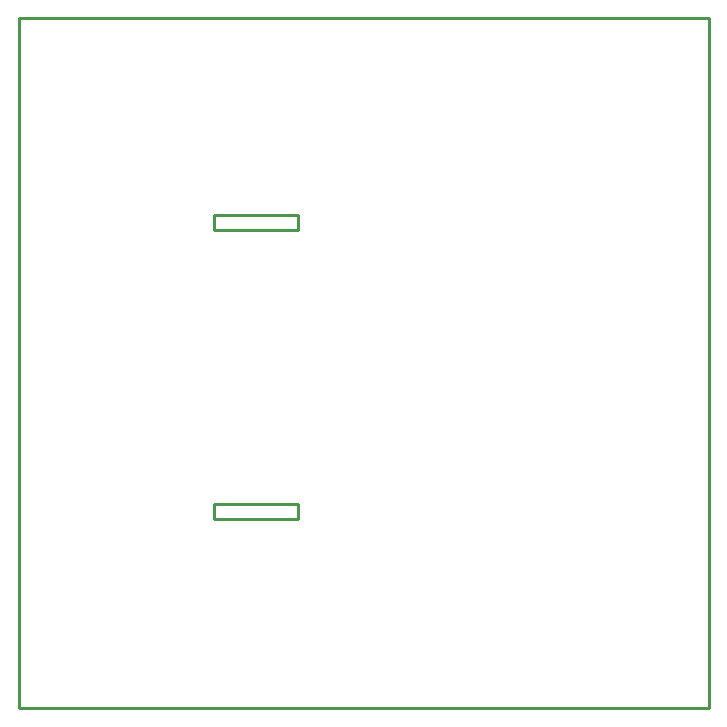
<source format=gko>
G04 Layer: BoardOutlineLayer*
G04 EasyEDA v6.5.34, 2023-08-01 23:33:27*
G04 74fb3d3c296a4d11a7f64f3819e37d63,5a6b42c53f6a479593ecc07194224c93,10*
G04 Gerber Generator version 0.2*
G04 Scale: 100 percent, Rotated: No, Reflected: No *
G04 Dimensions in millimeters *
G04 leading zeros omitted , absolute positions ,4 integer and 5 decimal *
%FSLAX45Y45*%
%MOMM*%

%ADD10C,0.2540*%
D10*
X0Y5842000D02*
G01*
X5842000Y5842000D01*
X5842000Y0D01*
X0Y502D01*
X0Y5842000D01*
X1650997Y1727197D02*
G01*
X1650997Y1600197D01*
X1650997Y1600197D02*
G01*
X2362194Y1600197D01*
X2362194Y1600197D02*
G01*
X2362194Y1727197D01*
X2362194Y1727197D02*
G01*
X1650997Y1727197D01*
X1650992Y4178289D02*
G01*
X1650992Y4051289D01*
X1650992Y4051289D02*
G01*
X2362189Y4051289D01*
X2362189Y4051289D02*
G01*
X2362189Y4178289D01*
X2362189Y4178289D02*
G01*
X1650992Y4178289D01*

%LPD*%
M02*

</source>
